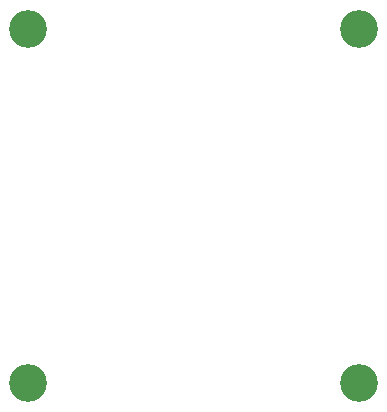
<source format=gbs>
%TF.GenerationSoftware,KiCad,Pcbnew,8.0.4*%
%TF.CreationDate,2024-08-07T00:27:04-04:00*%
%TF.ProjectId,esp32c3-wled,65737033-3263-4332-9d77-6c65642e6b69,rev?*%
%TF.SameCoordinates,Original*%
%TF.FileFunction,Soldermask,Bot*%
%TF.FilePolarity,Negative*%
%FSLAX46Y46*%
G04 Gerber Fmt 4.6, Leading zero omitted, Abs format (unit mm)*
G04 Created by KiCad (PCBNEW 8.0.4) date 2024-08-07 00:27:04*
%MOMM*%
%LPD*%
G01*
G04 APERTURE LIST*
%ADD10C,3.200000*%
G04 APERTURE END LIST*
D10*
%TO.C,H1*%
X160000000Y-85000000D03*
%TD*%
%TO.C,H2*%
X188000000Y-85000000D03*
%TD*%
%TO.C,H4*%
X160000000Y-115000000D03*
%TD*%
%TO.C,H3*%
X188000000Y-115000000D03*
%TD*%
M02*

</source>
